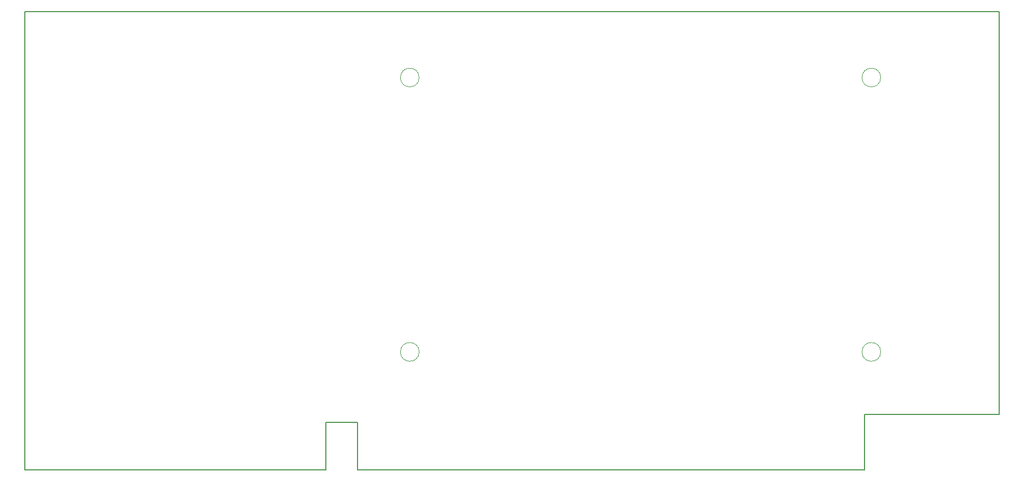
<source format=gbr>
%TF.GenerationSoftware,KiCad,Pcbnew,(7.0.0-0)*%
%TF.CreationDate,2023-03-28T15:20:33+02:00*%
%TF.ProjectId,Vortex-X-ISA-Card,566f7274-6578-42d5-982d-4953412d4361,rev?*%
%TF.SameCoordinates,Original*%
%TF.FileFunction,Profile,NP*%
%FSLAX46Y46*%
G04 Gerber Fmt 4.6, Leading zero omitted, Abs format (unit mm)*
G04 Created by KiCad (PCBNEW (7.0.0-0)) date 2023-03-28 15:20:33*
%MOMM*%
%LPD*%
G01*
G04 APERTURE LIST*
%TA.AperFunction,Profile*%
%ADD10C,0.150000*%
%TD*%
%TA.AperFunction,Profile*%
%ADD11C,0.050000*%
%TD*%
G04 APERTURE END LIST*
D10*
X43420000Y-161390000D02*
X91680000Y-161390000D01*
X96760000Y-161390000D02*
X178040000Y-161390000D01*
X43420000Y-87884000D02*
X43420000Y-161390000D01*
X199630000Y-152500000D02*
X199630000Y-87884000D01*
X199630000Y-87884000D02*
X43420000Y-87884000D01*
X96760000Y-153770000D02*
X96760000Y-161390000D01*
X178040000Y-161390000D02*
X178040000Y-152500000D01*
X178040000Y-152500000D02*
X199630000Y-152500000D01*
X91680000Y-161390000D02*
X91680000Y-153770000D01*
X91680000Y-153770000D02*
X96760000Y-153770000D01*
D11*
%TO.C,U1*%
X106632000Y-98440000D02*
G75*
G03*
X106632000Y-98440000I-1500000J0D01*
G01*
X106632000Y-142440000D02*
G75*
G03*
X106632000Y-142440000I-1500000J0D01*
G01*
X180632000Y-98440000D02*
G75*
G03*
X180632000Y-98440000I-1500000J0D01*
G01*
X180632000Y-142440000D02*
G75*
G03*
X180632000Y-142440000I-1500000J0D01*
G01*
%TD*%
M02*

</source>
